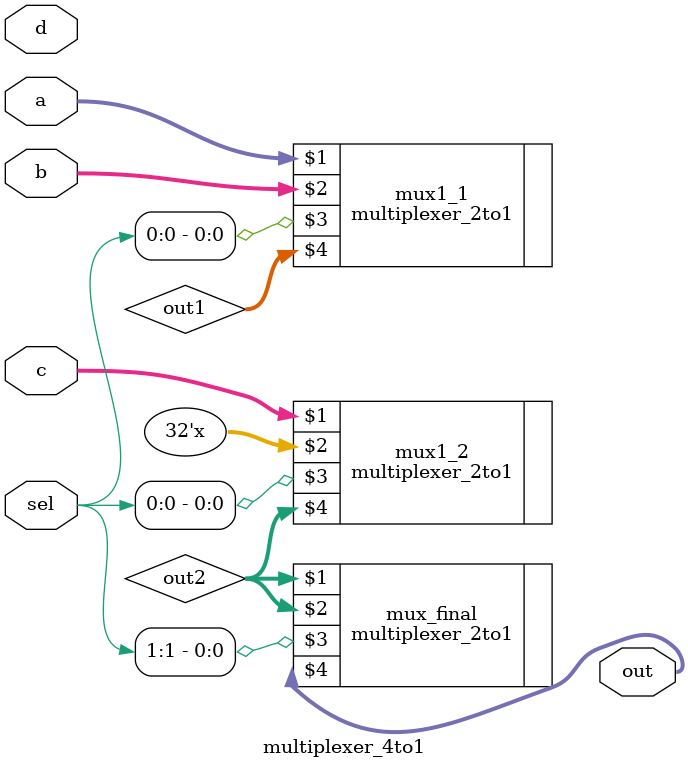
<source format=v>
module multiplexer_4to1 (
    input wire [31:0] a,
    input wire [31:0] b,
    input wire [31:0] c,
    input wire [31:0] d,
    input wire [1:0] sel,
    output wire [31:0] out
);

    wire [31:0] out1, out2;

    // First level of multiplexing
    multiplexer_2to1 mux1_1 (a, b, sel[0], out1);
    multiplexer_2to1 mux1_2 (c, 32'dx, sel[0], out2);

    // Second level of multiplexing
    multiplexer_2to1 mux_final (out2, out2, sel[1], out);

endmodule
</source>
